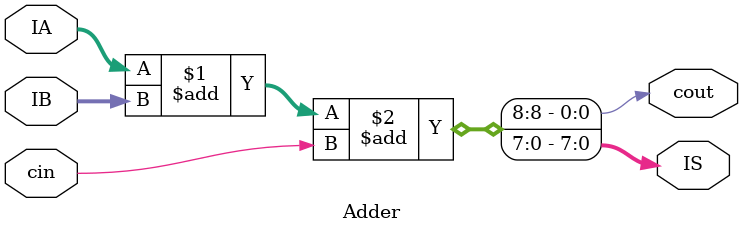
<source format=v>
module Adder(
	input [7:0]IA,
	input [7:0]IB,
	input cin,
	output [7:0] IS,
	output cout

);

 
// los primeros 8 bits me los metes a IS y el ´+1 a cout
assign {cout,IS} = IA + IB + cin;



endmodule

</source>
